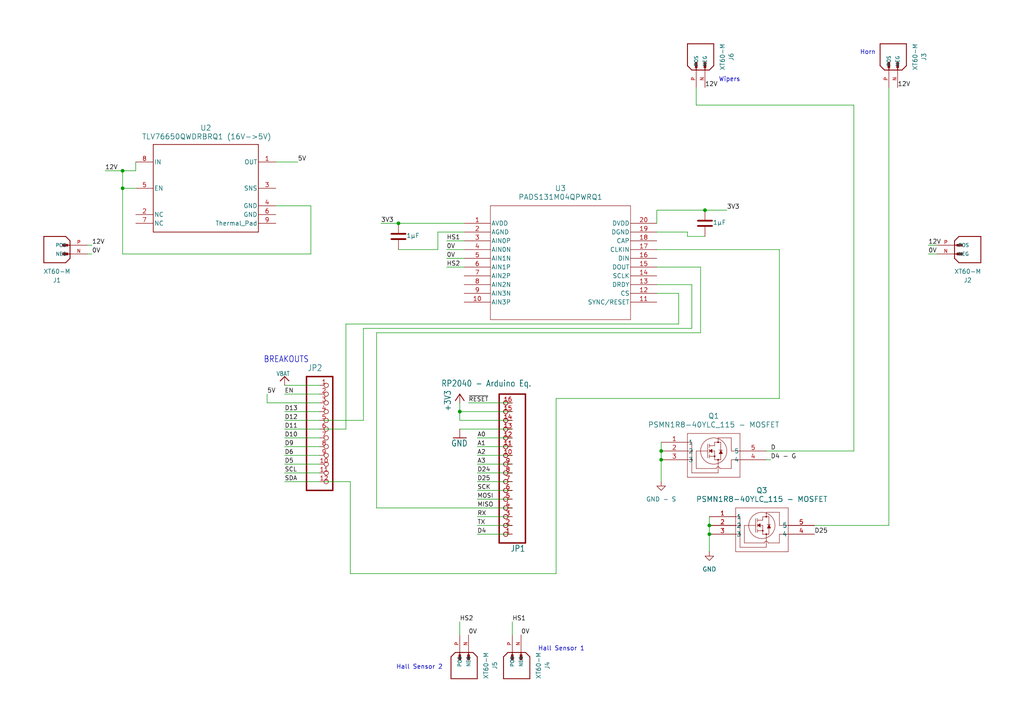
<source format=kicad_sch>
(kicad_sch (version 20231120) (generator "eeschema") (generator_version "8.0")
  (paper "A4")
  (title_block (title "Front and Center Board"))
  (lib_symbols
    (symbol "ADS131M04-Q1:PADS131M04QPWRQ1" (pin_names (offset 0.254))
      (property "Reference" "U" (at 27.94 10.16 0))
      (property "Value" "PADS131M04QPWRQ1" (at 27.94 7.62 0))
      (symbol "PADS131M04QPWRQ1_0_1"
        (polyline (pts (xy 7.62 -27.94) (xy 48.26 -27.94)) (stroke (width 0.127)))
        (polyline (pts (xy 7.62 5.08) (xy 7.62 -27.94)) (stroke (width 0.127)))
        (polyline (pts (xy 48.26 -27.94) (xy 48.26 5.08)) (stroke (width 0.127)))
        (polyline (pts (xy 48.26 5.08) (xy 7.62 5.08)) (stroke (width 0.127)))
        (pin unspecified line (at 0 0 0) (length 7.62) (name "AVDD") (number "1"))
        (pin input line (at 0 -22.86 0) (length 7.62) (name "AIN3P") (number "10"))
        (pin input line (at 55.88 -22.86 180) (length 7.62) (name "SYNC/RESET") (number "11"))
        (pin input line (at 55.88 -20.32 180) (length 7.62) (name "CS") (number "12"))
        (pin output line (at 55.88 -17.78 180) (length 7.62) (name "DRDY") (number "13"))
        (pin input line (at 55.88 -15.24 180) (length 7.62) (name "SCLK") (number "14"))
        (pin output line (at 55.88 -12.7 180) (length 7.62) (name "DOUT") (number "15"))
        (pin input line (at 55.88 -10.16 180) (length 7.62) (name "DIN") (number "16"))
        (pin input line (at 55.88 -7.62 180) (length 7.62) (name "CLKIN") (number "17"))
        (pin output line (at 55.88 -5.08 180) (length 7.62) (name "CAP") (number "18"))
        (pin power_out line (at 55.88 -2.54 180) (length 7.62) (name "DGND") (number "19"))
        (pin power_out line (at 0 -2.54 0) (length 7.62) (name "AGND") (number "2"))
        (pin bidirectional line (at 55.88 0 180) (length 7.62) (name "DVDD") (number "20"))
        (pin input line (at 0 -5.08 0) (length 7.62) (name "AIN0P") (number "3"))
        (pin input line (at 0 -7.62 0) (length 7.62) (name "AIN0N") (number "4"))
        (pin input line (at 0 -10.16 0) (length 7.62) (name "AIN1N") (number "5"))
        (pin input line (at 0 -12.7 0) (length 7.62) (name "AIN1P") (number "6"))
        (pin input line (at 0 -15.24 0) (length 7.62) (name "AIN2P") (number "7"))
        (pin input line (at 0 -17.78 0) (length 7.62) (name "AIN2N") (number "8"))
        (pin input line (at 0 -20.32 0) (length 7.62) (name "AIN3N") (number "9"))
      )
    )
    (symbol "Adafruit RP2040 CAN Bus Feather-eagle-import:microbuilder_HEADER-1X12"
      (property "Reference" "JP" (at -6.35 18.415 0))
      (symbol "microbuilder_HEADER-1X12_1_0"
        (polyline (pts (xy -6.35 -15.24) (xy 1.27 -15.24)) (stroke (width 0.4064)))
        (polyline (pts (xy -6.35 17.78) (xy -6.35 -15.24)) (stroke (width 0.4064)))
        (polyline (pts (xy 1.27 -15.24) (xy 1.27 17.78)) (stroke (width 0.4064)))
        (polyline (pts (xy 1.27 17.78) (xy -6.35 17.78)) (stroke (width 0.4064)))
        (pin passive inverted (at -2.54 15.24 0) (length 2.54) (name "1") (number "1"))
        (pin passive inverted (at -2.54 -7.62 0) (length 2.54) (name "10") (number "10"))
        (pin passive inverted (at -2.54 -10.16 0) (length 2.54) (name "11") (number "11"))
        (pin passive inverted (at -2.54 -12.7 0) (length 2.54) (name "12") (number "12"))
        (pin passive inverted (at -2.54 12.7 0) (length 2.54) (name "2") (number "2"))
        (pin passive inverted (at -2.54 10.16 0) (length 2.54) (name "3") (number "3"))
        (pin passive inverted (at -2.54 7.62 0) (length 2.54) (name "4") (number "4"))
        (pin passive inverted (at -2.54 5.08 0) (length 2.54) (name "5") (number "5"))
        (pin passive inverted (at -2.54 2.54 0) (length 2.54) (name "6") (number "6"))
        (pin passive inverted (at -2.54 0 0) (length 2.54) (name "7") (number "7"))
        (pin passive inverted (at -2.54 -2.54 0) (length 2.54) (name "8") (number "8"))
        (pin passive inverted (at -2.54 -5.08 0) (length 2.54) (name "9") (number "9"))
      )
    )
    (symbol "Adafruit RP2040 CAN Bus Feather-eagle-import:microbuilder_HEADER-1X16ROUND"
      (property "Reference" "JP" (at -6.35 20.955 0))
      (symbol "microbuilder_HEADER-1X16ROUND_1_0"
        (polyline (pts (xy -6.35 -22.86) (xy 1.27 -22.86)) (stroke (width 0.4064)))
        (polyline (pts (xy -6.35 20.32) (xy -6.35 -22.86)) (stroke (width 0.4064)))
        (polyline (pts (xy 1.27 -22.86) (xy 1.27 20.32)) (stroke (width 0.4064)))
        (polyline (pts (xy 1.27 20.32) (xy -6.35 20.32)) (stroke (width 0.4064)))
        (pin passive inverted (at -2.54 17.78 0) (length 2.54) (name "1") (number "1"))
        (pin passive inverted (at -2.54 -5.08 0) (length 2.54) (name "10") (number "10"))
        (pin passive inverted (at -2.54 -7.62 0) (length 2.54) (name "11") (number "11"))
        (pin passive inverted (at -2.54 -10.16 0) (length 2.54) (name "12") (number "12"))
        (pin passive inverted (at -2.54 -12.7 0) (length 2.54) (name "13") (number "13"))
        (pin passive inverted (at -2.54 -15.24 0) (length 2.54) (name "14") (number "14"))
        (pin passive inverted (at -2.54 -17.78 0) (length 2.54) (name "15") (number "15"))
        (pin passive inverted (at -2.54 -20.32 0) (length 2.54) (name "16") (number "16"))
        (pin passive inverted (at -2.54 15.24 0) (length 2.54) (name "2") (number "2"))
        (pin passive inverted (at -2.54 12.7 0) (length 2.54) (name "3") (number "3"))
        (pin passive inverted (at -2.54 10.16 0) (length 2.54) (name "4") (number "4"))
        (pin passive inverted (at -2.54 7.62 0) (length 2.54) (name "5") (number "5"))
        (pin passive inverted (at -2.54 5.08 0) (length 2.54) (name "6") (number "6"))
        (pin passive inverted (at -2.54 2.54 0) (length 2.54) (name "7") (number "7"))
        (pin passive inverted (at -2.54 0 0) (length 2.54) (name "8") (number "8"))
        (pin passive inverted (at -2.54 -2.54 0) (length 2.54) (name "9") (number "9"))
      )
    )
    (symbol "Adafruit RP2040 CAN Bus Feather-eagle-import:microbuilder_VBAT" (power)
      (symbol "microbuilder_VBAT_1_0"
        (polyline (pts (xy -1.27 -1.27) (xy 0 0)) (stroke (width 0.254)))
        (polyline (pts (xy 0 0) (xy 1.27 -1.27)) (stroke (width 0.254)))
        (pin power_in line (at 0 -2.54 90) (length 2.54) (name "VBAT") (number "1"))
      )
    )
    (symbol "Adafruit RP2040 CAN Bus Feather-eagle-import:supply1_+3V3" (power)
      (symbol "supply1_+3V3_1_0"
        (polyline (pts (xy 0 0) (xy -1.27 -1.905)) (stroke (width 0.254)))
        (polyline (pts (xy 1.27 -1.905) (xy 0 0)) (stroke (width 0.254)))
        (pin power_in line (at 0 -2.54 90) (length 2.54) (name "+3V3") (number "1"))
      )
    )
    (symbol "Adafruit RP2040 CAN Bus Feather-eagle-import:supply1_GND" (power)
      (symbol "supply1_GND_1_0"
        (polyline (pts (xy -1.905 0) (xy 1.905 0)) (stroke (width 0.254)))
        (pin power_in line (at 0 2.54 270) (length 2.54) (name "GND") (number "1"))
      )
    )
    (symbol "Device:C" (pin_numbers hide) (pin_names (offset 0.254))
      (property "Reference" "C" (at 0.635 2.54 0))
      (property "Value" "C" (at 0.635 -2.54 0))
      (symbol "C_0_1"
        (polyline (pts (xy -2.032 -0.762) (xy 2.032 -0.762)) (stroke (width 0.508)))
        (polyline (pts (xy -2.032 0.762) (xy 2.032 0.762)) (stroke (width 0.508)))
      )
      (symbol "C_1_1"
        (pin passive line (at 0 3.81 270) (length 2.794) (name "~") (number "1"))
        (pin passive line (at 0 -3.81 90) (length 2.794) (name "~") (number "2"))
      )
    )
    (symbol "PSMN1R8-40YLC,115:PSMN1R8-40YLC_115" (pin_names (offset 0.254))
      (property "Reference" "Q" (at 15.24 7.62 0))
      (property "Value" "PSMN1R8-40YLC_115" (at 15.24 5.08 0))
      (symbol "PSMN1R8-40YLC_115_0_1"
        (polyline (pts (xy 7.62 -10.16) (xy 22.86 -10.16)) (stroke (width 0.127)))
        (polyline (pts (xy 7.62 -5.08) (xy 8.89 -5.08)) (stroke (width 0.127)))
        (polyline (pts (xy 7.62 -2.54) (xy 8.89 -2.54)) (stroke (width 0.127)))
        (polyline (pts (xy 7.62 0) (xy 8.89 0)) (stroke (width 0.127)))
        (polyline (pts (xy 7.62 2.54) (xy 7.62 -10.16)) (stroke (width 0.127)))
        (polyline (pts (xy 8.89 -8.89) (xy 16.51 -8.89)) (stroke (width 0.127)))
        (polyline (pts (xy 8.89 0) (xy 8.89 -8.89)) (stroke (width 0.127)))
        (polyline (pts (xy 10.16 -7.62) (xy 10.16 -2.54)) (stroke (width 0.127)))
        (polyline (pts (xy 13.462 -2.54) (xy 10.16 -2.54)) (stroke (width 0.127)))
        (polyline (pts (xy 13.462 -0.508) (xy 13.462 -4.572)) (stroke (width 0.127)))
        (polyline (pts (xy 13.97 -4.064) (xy 15.494 -4.064)) (stroke (width 0.127)))
        (polyline (pts (xy 13.97 -3.556) (xy 13.97 -4.572)) (stroke (width 0.127)))
        (polyline (pts (xy 13.97 -2.032) (xy 13.97 -3.048)) (stroke (width 0.127)))
        (polyline (pts (xy 13.97 -1.016) (xy 15.494 -1.016)) (stroke (width 0.127)))
        (polyline (pts (xy 13.97 -0.508) (xy 13.97 -1.524)) (stroke (width 0.127)))
        (polyline (pts (xy 15.494 -5.08) (xy 17.272 -5.08)) (stroke (width 0.127)))
        (polyline (pts (xy 15.494 -2.54) (xy 14.732 -2.54)) (stroke (width 0.127)))
        (polyline (pts (xy 15.494 -2.54) (xy 15.494 -5.08)) (stroke (width 0.127)))
        (polyline (pts (xy 15.494 0) (xy 15.494 -1.016)) (stroke (width 0.127)))
        (polyline (pts (xy 15.494 0) (xy 17.272 0)) (stroke (width 0.127)))
        (polyline (pts (xy 16.002 -7.62) (xy 10.16 -7.62)) (stroke (width 0.127)))
        (polyline (pts (xy 16.51 -8.89) (xy 16.51 -5.08)) (stroke (width 0.127)))
        (polyline (pts (xy 16.51 1.27) (xy 16.51 0)) (stroke (width 0.127)))
        (polyline (pts (xy 16.51 1.27) (xy 20.32 1.27)) (stroke (width 0.127)))
        (polyline (pts (xy 17.018 -7.62) (xy 20.32 -7.62)) (stroke (width 0.127)))
        (polyline (pts (xy 17.272 -5.08) (xy 17.272 -3.302)) (stroke (width 0.127)))
        (polyline (pts (xy 17.272 0) (xy 17.272 -2.286)) (stroke (width 0.127)))
        (polyline (pts (xy 17.78 -2.286) (xy 16.764 -2.286)) (stroke (width 0.127)))
        (polyline (pts (xy 20.32 -5.08) (xy 20.32 -7.62)) (stroke (width 0.127)))
        (polyline (pts (xy 20.32 1.27) (xy 20.32 -2.54)) (stroke (width 0.127)))
        (polyline (pts (xy 22.86 -10.16) (xy 22.86 2.54)) (stroke (width 0.127)))
        (polyline (pts (xy 22.86 -5.08) (xy 20.32 -5.08)) (stroke (width 0.127)))
        (polyline (pts (xy 22.86 -2.54) (xy 20.32 -2.54)) (stroke (width 0.127)))
        (polyline (pts (xy 22.86 2.54) (xy 7.62 2.54)) (stroke (width 0.127)))
        (polyline (pts (xy 13.97 -2.54) (xy 14.732 -2.032) (xy 14.732 -3.048)) (fill (type outline)))
        (polyline (pts (xy 17.272 -2.286) (xy 17.78 -3.302) (xy 16.764 -3.302)) (fill (type outline)))
        (circle (center 8.89 -5.08) (radius 0.127) (stroke (width 0.254)))
        (circle (center 8.89 -2.54) (radius 0.127) (stroke (width 0.254)))
        (circle (center 15.24 -2.54) (radius 3.81) (stroke (width 0.127)))
        (circle (center 15.494 -4.064) (radius 0.127) (stroke (width 0.254)))
        (circle (center 16.51 -5.08) (radius 0.127) (stroke (width 0.254)))
        (circle (center 16.51 0) (radius 0.127) (stroke (width 0.254)))
        (arc (start 17.018 -7.62) (mid 16.51 -7.1142) (end 16.002 -7.62) (stroke (width 0.127)))
        (pin unspecified line (at 0 0 0) (length 7.62) (name "1") (number "1"))
        (pin unspecified line (at 0 -2.54 0) (length 7.62) (name "2") (number "2"))
        (pin unspecified line (at 0 -5.08 0) (length 7.62) (name "3") (number "3"))
        (pin unspecified line (at 30.48 -5.08 180) (length 7.62) (name "4") (number "4"))
        (pin unspecified line (at 30.48 -2.54 180) (length 7.62) (name "5") (number "5"))
      )
    )
    (symbol "TLV76650QWDRBRQ1:TLV76650QWDRBRQ1" (pin_names (offset 0.254))
      (property "Reference" "U" (at 0 2.54 0))
      (property "Value" "TLV76650QWDRBRQ1" (at 0 0 0))
      (symbol "TLV76650QWDRBRQ1_0_1"
        (polyline (pts (xy 5.08 -20.32) (xy 35.56 -20.32)) (stroke (width 0.2032)))
        (polyline (pts (xy 5.08 5.08) (xy 5.08 -20.32)) (stroke (width 0.2032)))
        (polyline (pts (xy 35.56 -20.32) (xy 35.56 5.08)) (stroke (width 0.2032)))
        (polyline (pts (xy 35.56 5.08) (xy 5.08 5.08)) (stroke (width 0.2032)))
        (pin power_in line (at 40.64 0 180) (length 5.08) (name "OUT") (number "1"))
        (pin unspecified line (at 0 -15.24 0) (length 5.08) (name "NC") (number "2"))
        (pin unspecified line (at 40.64 -7.62 180) (length 5.08) (name "SNS") (number "3"))
        (pin power_in line (at 40.64 -12.7 180) (length 5.08) (name "GND") (number "4"))
        (pin input line (at 0 -7.62 0) (length 5.08) (name "EN") (number "5"))
        (pin power_in line (at 40.64 -15.24 180) (length 5.08) (name "GND") (number "6"))
        (pin unspecified line (at 0 -17.78 0) (length 5.08) (name "NC") (number "7"))
        (pin power_in line (at 0 0 0) (length 5.08) (name "IN") (number "8"))
        (pin unspecified line (at 40.64 -17.78 180) (length 5.08) (name "Thermal_Pad") (number "9"))
      )
    )
    (symbol "XT60-M:XT60-M" (pin_names (offset 1.016))
      (property "Reference" "J" (at 0 6.35 0))
      (property "Value" "XT60-M" (at 0 -5.08 0))
      (symbol "XT60-M_0_0"
        (polyline (pts (xy 0 -1.27) (xy 1.27 -2.54)) (stroke (width 0.254)))
        (polyline (pts (xy 0 0) (xy 1.905 0)) (stroke (width 0.254)))
        (polyline (pts (xy 0 2.54) (xy 0 -1.27)) (stroke (width 0.254)))
        (polyline (pts (xy 0 2.54) (xy 1.905 2.54)) (stroke (width 0.254)))
        (polyline (pts (xy 0 3.81) (xy 0 2.54)) (stroke (width 0.254)))
        (polyline (pts (xy 0 3.81) (xy 1.27 5.08)) (stroke (width 0.254)))
        (polyline (pts (xy 1.27 -2.54) (xy 7.62 -2.54)) (stroke (width 0.254)))
        (polyline (pts (xy 7.62 -2.54) (xy 7.62 5.08)) (stroke (width 0.254)))
        (polyline (pts (xy 7.62 5.08) (xy 1.27 5.08)) (stroke (width 0.254)))
        (rectangle (start 0.635 -0.3175) (end 2.2225 0.3175) (stroke (width 0.1)) (fill (type outline)))
        (rectangle (start 0.635 2.2225) (end 2.2225 2.8575) (stroke (width 0.1)) (fill (type outline)))
        (pin passive line (at -5.08 0 0) (length 5.08) (name "NEG") (number "N"))
        (pin passive line (at -5.08 2.54 0) (length 5.08) (name "POS") (number "P"))
      )
    )
    (symbol "power:GND" (power) (pin_numbers hide) (pin_names (offset 0) hide)
      (property "Value" "GND" (at 0 -3.81 0))
      (symbol "GND_0_1"
        (polyline (pts (xy 0 0) (xy 0 -1.27) (xy 1.27 -1.27) (xy 0 -2.54) (xy -1.27 -1.27) (xy 0 -1.27)))
      )
      (symbol "GND_1_1"
        (pin power_in line (at 0 0 270) (length 0) (name "~") (number "1"))
      )
    )
  )
  (junction (at 133.35 119.38))
  (junction (at 115.57 64.77))
  (junction (at 35.56 54.61))
  (junction (at 191.77 130.81))
  (junction (at 204.47 60.96))
  (junction (at 191.77 133.35))
  (junction (at 205.74 154.94))
  (junction (at 205.74 152.4))
  (junction (at 35.56 49.53))
  (wire (pts (xy 190.5 82.55) (xy 200.66 82.55)))
  (wire (pts (xy 138.43 139.7) (xy 148.59 139.7)) (stroke (width 0.1524)))
  (wire (pts (xy 190.5 64.77) (xy 190.5 60.96)))
  (wire (pts (xy 148.59 149.86) (xy 138.43 149.86)) (stroke (width 0.1524)))
  (wire (pts (xy 82.55 114.3) (xy 92.71 114.3)) (stroke (width 0.1524)))
  (wire (pts (xy 269.24 73.66) (xy 271.78 73.66)))
  (wire (pts (xy 25.4 73.66) (xy 26.67 73.66)))
  (wire (pts (xy 30.48 49.53) (xy 35.56 49.53)))
  (wire (pts (xy 82.55 132.08) (xy 92.71 132.08)) (stroke (width 0.1524)))
  (wire (pts (xy 148.59 124.46) (xy 133.35 124.46)) (stroke (width 0.1524)))
  (wire (pts (xy 226.06 72.39) (xy 226.06 115.57)))
  (wire (pts (xy 109.22 96.52) (xy 203.2 96.52)) (stroke (width 0.1524)))
  (wire (pts (xy 138.43 134.62) (xy 148.59 134.62)) (stroke (width 0.1524)))
  (wire (pts (xy 205.74 149.86) (xy 205.74 152.4)))
  (wire (pts (xy 110.49 64.77) (xy 115.57 64.77)))
  (wire (pts (xy 115.57 64.77) (xy 134.62 64.77)))
  (wire (pts (xy 77.47 114.3) (xy 77.47 116.84)))
  (wire (pts (xy 92.71 137.16) (xy 82.55 137.16)) (stroke (width 0.1524)))
  (wire (pts (xy 222.25 130.81) (xy 247.65 130.81)))
  (wire (pts (xy 138.43 129.54) (xy 148.59 129.54)) (stroke (width 0.1524)))
  (wire (pts (xy 92.71 119.38) (xy 82.55 119.38)) (stroke (width 0.1524)))
  (wire (pts (xy 129.54 74.93) (xy 134.62 74.93)))
  (wire (pts (xy 226.06 115.57) (xy 161.29 115.57)))
  (wire (pts (xy 199.39 67.31) (xy 199.39 68.58)))
  (wire (pts (xy 93.98 121.92) (xy 105.41 121.92)))
  (wire (pts (xy 200.66 95.25) (xy 200.66 82.55)))
  (wire (pts (xy 109.22 147.32) (xy 148.59 147.32)) (stroke (width 0.1524)))
  (wire (pts (xy 39.37 49.53) (xy 39.37 46.99)))
  (wire (pts (xy 82.55 139.7) (xy 92.71 139.7)) (stroke (width 0.1524)))
  (wire (pts (xy 138.43 144.78) (xy 148.59 144.78)) (stroke (width 0.1524)))
  (wire (pts (xy 35.56 54.61) (xy 39.37 54.61)))
  (wire (pts (xy 109.22 147.32) (xy 109.22 96.52)) (stroke (width 0.1524)))
  (wire (pts (xy 93.98 139.7) (xy 101.6 139.7)))
  (wire (pts (xy 196.85 93.98) (xy 100.33 93.98)))
  (wire (pts (xy 35.56 73.66) (xy 90.17 73.66)))
  (wire (pts (xy 127 67.31) (xy 134.62 67.31)))
  (wire (pts (xy 92.71 129.54) (xy 82.55 129.54)) (stroke (width 0.1524)))
  (wire (pts (xy 127 72.39) (xy 127 67.31)))
  (wire (pts (xy 82.55 111.76) (xy 92.71 111.76)) (stroke (width 0.1524)))
  (wire (pts (xy 236.22 152.4) (xy 257.81 152.4)))
  (wire (pts (xy 190.5 67.31) (xy 199.39 67.31)))
  (wire (pts (xy 203.2 96.52) (xy 203.2 77.47)) (stroke (width 0.1524)))
  (wire (pts (xy 129.54 77.47) (xy 134.62 77.47)))
  (wire (pts (xy 257.81 152.4) (xy 257.81 25.4)))
  (wire (pts (xy 269.24 71.12) (xy 271.78 71.12)))
  (wire (pts (xy 191.77 130.81) (xy 191.77 133.35)))
  (wire (pts (xy 35.56 49.53) (xy 35.56 54.61)))
  (wire (pts (xy 105.41 95.25) (xy 200.66 95.25)))
  (wire (pts (xy 205.74 154.94) (xy 205.74 160.02)))
  (wire (pts (xy 190.5 60.96) (xy 204.47 60.96)))
  (wire (pts (xy 148.59 121.92) (xy 133.35 121.92)) (stroke (width 0.1524)))
  (wire (pts (xy 100.33 93.98) (xy 100.33 124.46)))
  (wire (pts (xy 190.5 85.09) (xy 196.85 85.09)))
  (wire (pts (xy 133.35 184.15) (xy 133.35 180.34)))
  (wire (pts (xy 133.35 119.38) (xy 148.59 119.38)) (stroke (width 0.1524)))
  (wire (pts (xy 148.59 137.16) (xy 138.43 137.16)) (stroke (width 0.1524)))
  (wire (pts (xy 80.01 46.99) (xy 86.36 46.99)))
  (wire (pts (xy 133.35 121.92) (xy 133.35 119.38)) (stroke (width 0.1524)))
  (wire (pts (xy 148.59 142.24) (xy 138.43 142.24)) (stroke (width 0.1524)))
  (wire (pts (xy 35.56 54.61) (xy 35.56 73.66)))
  (wire (pts (xy 148.59 154.94) (xy 138.43 154.94)) (stroke (width 0.1524)))
  (wire (pts (xy 148.59 184.15) (xy 148.59 180.34)))
  (wire (pts (xy 201.93 25.4) (xy 201.93 30.48)))
  (wire (pts (xy 35.56 49.53) (xy 39.37 49.53)))
  (wire (pts (xy 190.5 77.47) (xy 203.2 77.47)))
  (wire (pts (xy 105.41 121.92) (xy 105.41 95.25)))
  (wire (pts (xy 222.25 133.35) (xy 223.52 133.35)))
  (wire (pts (xy 82.55 127) (xy 92.71 127)) (stroke (width 0.1524)))
  (wire (pts (xy 191.77 133.35) (xy 191.77 139.7)))
  (wire (pts (xy 196.85 85.09) (xy 196.85 93.98)))
  (wire (pts (xy 93.98 124.46) (xy 100.33 124.46)))
  (wire (pts (xy 82.55 121.92) (xy 92.71 121.92)) (stroke (width 0.1524)))
  (wire (pts (xy 92.71 116.84) (xy 77.47 116.84)) (stroke (width 0.1524)))
  (wire (pts (xy 25.4 71.12) (xy 26.67 71.12)))
  (wire (pts (xy 247.65 30.48) (xy 201.93 30.48)))
  (wire (pts (xy 133.35 116.84) (xy 133.35 119.38)) (stroke (width 0.1524)))
  (wire (pts (xy 191.77 128.27) (xy 191.77 130.81)))
  (wire (pts (xy 148.59 127) (xy 138.43 127)) (stroke (width 0.1524)))
  (wire (pts (xy 101.6 166.37) (xy 101.6 139.7)))
  (wire (pts (xy 115.57 72.39) (xy 127 72.39)))
  (wire (pts (xy 161.29 115.57) (xy 161.29 166.37)))
  (wire (pts (xy 199.39 68.58) (xy 204.47 68.58)))
  (wire (pts (xy 92.71 124.46) (xy 82.55 124.46)) (stroke (width 0.1524)))
  (wire (pts (xy 190.5 72.39) (xy 226.06 72.39)))
  (wire (pts (xy 90.17 73.66) (xy 90.17 59.69)))
  (wire (pts (xy 148.59 116.84) (xy 135.89 116.84)) (stroke (width 0.1524)))
  (wire (pts (xy 204.47 60.96) (xy 210.82 60.96)))
  (wire (pts (xy 129.54 69.85) (xy 134.62 69.85)))
  (wire (pts (xy 148.59 132.08) (xy 138.43 132.08)) (stroke (width 0.1524)))
  (wire (pts (xy 80.01 59.69) (xy 90.17 59.69)))
  (wire (pts (xy 129.54 72.39) (xy 134.62 72.39)))
  (wire (pts (xy 205.74 152.4) (xy 205.74 154.94)))
  (wire (pts (xy 161.29 166.37) (xy 101.6 166.37)))
  (wire (pts (xy 247.65 130.81) (xy 247.65 30.48)))
  (wire (pts (xy 138.43 152.4) (xy 148.59 152.4)) (stroke (width 0.1524)))
  (wire (pts (xy 92.71 134.62) (xy 82.55 134.62)) (stroke (width 0.1524)))
  (text "Horn" (at 251.714 15.24 0) (effects (font (size 1.27 1.27))))
  (text "BREAKOUTS" (at 76.454 105.41 0) (effects (font (size 1.778 1.5113)) (justify left bottom)))
  (text "Hall Sensor 1" (at 162.814 188.214 0) (effects (font (size 1.27 1.27))))
  (text "Hall Sensor 2" (at 121.666 193.548 0) (effects (font (size 1.27 1.27))))
  (text "Wipers" (at 211.582 23.114 0) (effects (font (size 1.27 1.27))))
  (label "HS2" (at 133.35 180.34 0))
  (label "3V3" (at 110.49 64.77 0))
  (label "0V" (at 151.13 184.15 0))
  (label "D25" (at 236.22 154.94 0))
  (label "12V" (at 269.24 71.12 0))
  (label "A1" (at 138.43 129.54 0) (effects (font (size 1.2446 1.2446))))
  (label "SCK" (at 138.43 142.24 0) (effects (font (size 1.2446 1.2446))))
  (label "SDA" (at 82.55 139.7 0) (effects (font (size 1.2446 1.2446))))
  (label "D4" (at 138.43 154.94 0) (effects (font (size 1.2446 1.2446))))
  (label "A2" (at 138.43 132.08 0) (effects (font (size 1.2446 1.2446))))
  (label "D25" (at 138.43 139.7 0) (effects (font (size 1.2446 1.2446))))
  (label "5V" (at 77.47 114.3 0))
  (label "TX" (at 138.43 152.4 0) (effects (font (size 1.2446 1.2446))))
  (label "0V" (at 129.54 74.93 0))
  (label "D" (at 223.52 130.81 0))
  (label "12V" (at 26.67 71.12 0))
  (label "RX" (at 138.43 149.86 0) (effects (font (size 1.2446 1.2446))))
  (label "D4 - G" (at 223.52 133.35 0))
  (label "HS1" (at 148.59 180.34 0))
  (label "12V" (at 260.35 25.4 0))
  (label "5V" (at 86.36 46.99 0))
  (label "A3" (at 138.43 134.62 0) (effects (font (size 1.2446 1.2446))))
  (label "~{RESET}" (at 135.89 116.84 0) (effects (font (size 1.2446 1.2446))))
  (label "0V" (at 269.24 73.66 0))
  (label "D12" (at 82.55 121.92 0) (effects (font (size 1.2446 1.2446))))
  (label "MOSI" (at 138.43 144.78 0) (effects (font (size 1.2446 1.2446))))
  (label "SCL" (at 82.55 137.16 0) (effects (font (size 1.2446 1.2446))))
  (label "A0" (at 138.43 127 0) (effects (font (size 1.2446 1.2446))))
  (label "HS2" (at 129.54 77.47 0))
  (label "12V" (at 204.47 25.4 0))
  (label "EN" (at 82.55 114.3 0) (effects (font (size 1.2446 1.2446))))
  (label "D11" (at 82.55 124.46 0) (effects (font (size 1.2446 1.2446))))
  (label "12V" (at 30.48 49.53 0))
  (label "D10" (at 82.55 127 0) (effects (font (size 1.2446 1.2446))))
  (label "D5" (at 82.55 134.62 0) (effects (font (size 1.2446 1.2446))))
  (label "MISO" (at 138.43 147.32 0) (effects (font (size 1.2446 1.2446))))
  (label "D24" (at 138.43 137.16 0) (effects (font (size 1.2446 1.2446))))
  (label "D9" (at 82.55 129.54 0) (effects (font (size 1.2446 1.2446))))
  (label "0V" (at 129.54 72.39 0))
  (label "3V3" (at 210.82 60.96 0))
  (label "HS1" (at 129.54 69.85 0))
  (label "0V" (at 26.67 73.66 0))
  (label "0V" (at 135.89 184.15 0))
  (label "D13" (at 82.55 119.38 0) (effects (font (size 1.2446 1.2446))))
  (label "D6" (at 82.55 132.08 0) (effects (font (size 1.2446 1.2446))))
  (symbol (lib_id "power:GND") (at 205.74 160.02 0) (unit 1)
    (property "Reference" "#PWR02" (effects (hide yes)))
    (property "Value" "GND" (at 205.74 165.1 0))
    (property "Description" "Power symbol creates a global label with name \"GND\" , ground" (effects (hide yes)))
  )
  (symbol (lib_id "power:GND") (at 191.77 139.7 0) (unit 1)
    (property "Reference" "#PWR01" (effects (hide yes)))
    (property "Value" "GND - S" (at 191.77 144.78 0))
    (property "Description" "Power symbol creates a global label with name \"GND\" , ground" (effects (hide yes)))
  )
  (symbol (lib_id "Adafruit RP2040 CAN Bus Feather-eagle-import:microbuilder_VBAT") (at 82.55 109.22 0) (unit 1)
    (property "Reference" "#U$02" (effects (hide yes)))
    (property "Value" "VBAT" (at 84.074 107.696 0) (effects (font (size 1.27 1.0795)) (justify right top)))
  )
  (symbol (lib_id "PSMN1R8-40YLC,115:PSMN1R8-40YLC_115") (at 205.74 149.86 0) (unit 1)
    (property "Reference" "Q3" (at 220.98 142.24 0) (effects (font (size 1.524 1.524))))
    (property "Value" "PSMN1R8-40YLC_115 - MOSFET" (at 220.98 144.78 0) (effects (font (size 1.524 1.524))))
    (property "Footprint" "LFPAK56_SOT669_NEX" (effects (hide yes)))
    (property "Datasheet" "PSMN1R8-40YLC_115" (effects (hide yes)))
  )
  (symbol (lib_id "Adafruit RP2040 CAN Bus Feather-eagle-import:microbuilder_HEADER-1X12") (at 95.25 127 0) (unit 1)
    (property "Reference" "JP2" (at 89.154 107.696 0) (effects (font (size 1.778 1.5113)) (justify left bottom)))
    (property "Value" "HEADER-1X12" (effects (hide yes)))
    (property "Footprint" "Adafruit RP2040 CAN Bus Feather:1X12_ROUND" (effects (hide yes)))
  )
  (symbol (lib_id "Device:C") (at 204.47 64.77 0) (unit 1)
    (property "Reference" "C2" (effects (hide yes)))
    (property "Value" "1µF" (at 206.756 64.516 0) (effects (justify left)))
    (property "Description" "Unpolarized capacitor" (effects (hide yes)))
  )
  (symbol (lib_id "ADS131M04-Q1:PADS131M04QPWRQ1") (at 134.62 64.77 0) (unit 1)
    (property "Reference" "U3" (at 162.56 54.61 0) (effects (font (size 1.524 1.524))))
    (property "Value" "PADS131M04QPWRQ1" (at 162.56 57.15 0) (effects (font (size 1.524 1.524))))
    (property "Footprint" "TSSOP20_PW_TEX" (effects (hide yes)))
    (property "Datasheet" "PADS131M04QPWRQ1" (effects (hide yes)))
  )
  (symbol (lib_id "TLV76650QWDRBRQ1:TLV76650QWDRBRQ1") (at 39.37 46.99 0) (unit 1)
    (property "Reference" "U2" (at 59.69 37.084 0) (effects (font (size 1.524 1.524))))
    (property "Value" "TLV76650QWDRBRQ1 (16V->5V)" (at 59.944 39.624 0) (effects (font (size 1.524 1.524))))
    (property "Footprint" "DRB0008J-IPC_A" (effects (hide yes)))
    (property "Datasheet" "TLV76650QWDRBRQ1" (effects (hide yes)))
  )
  (symbol (lib_id "XT60-M:XT60-M") (at 276.86 73.66 0) (unit 1)
    (property "Reference" "J2" (at 280.67 81.28 0))
    (property "Value" "XT60-M" (at 280.67 78.74 0))
    (property "Footprint" "XT60-M:AMASS_XT60-M" (effects (hide yes)))
    (property "MF" "AMASS" (effects (hide yes)))
    (property "MAXIMUM_PACKAGE_HEIGHT" "16.00 mm" (effects (hide yes)))
    (property "Package" "Package" (effects (hide yes)))
    (property "Price" "None" (effects (hide yes)))
    (property "Check_prices" "https://www.snapeda.com/parts/XT60-M/AMASS/view-part/?ref=eda" (effects (hide yes)))
    (property "STANDARD" "IPC 7351B" (effects (hide yes)))
    (property "PARTREV" "V1.2" (effects (hide yes)))
    (property "SnapEDA_Link" "https://www.snapeda.com/parts/XT60-M/AMASS/view-part/?ref=snap" (effects (hide yes)))
    (property "MP" "XT60-M" (effects (hide yes)))
    (property "Description_1" "\n                        \n                            Plug; DC supply; XT60; male; PIN: 2; for cable; soldered; 30A; 500V\n                        \n" (effects (hide yes)))
    (property "Availability" "Not in stock" (effects (hide yes)))
    (property "MANUFACTURER" "AMASS" (effects (hide yes)))
  )
  (symbol (lib_id "Adafruit RP2040 CAN Bus Feather-eagle-import:supply1_GND") (at 133.35 127 0) (unit 1)
    (property "Reference" "#GND01" (effects (hide yes)))
    (property "Value" "GND" (at 130.81 129.54 0) (effects (font (size 1.778 1.5113)) (justify left bottom)))
  )
  (symbol (lib_id "PSMN1R8-40YLC,115:PSMN1R8-40YLC_115") (at 191.77 128.27 0) (unit 1)
    (property "Reference" "Q1" (at 207.01 120.65 0) (effects (font (size 1.524 1.524))))
    (property "Value" "PSMN1R8-40YLC_115 - MOSFET" (at 207.01 123.19 0) (effects (font (size 1.524 1.524))))
    (property "Footprint" "LFPAK56_SOT669_NEX" (effects (hide yes)))
    (property "Datasheet" "PSMN1R8-40YLC_115" (effects (hide yes)))
  )
  (symbol (lib_id "XT60-M:XT60-M") (at 204.47 20.32 90) (unit 1)
    (property "Reference" "J6" (at 212.09 16.51 0))
    (property "Value" "XT60-M" (at 209.55 16.51 0))
    (property "Footprint" "XT60-M:AMASS_XT60-M" (effects (hide yes)))
    (property "MF" "AMASS" (effects (hide yes)))
    (property "MAXIMUM_PACKAGE_HEIGHT" "16.00 mm" (effects (hide yes)))
    (property "Package" "Package" (effects (hide yes)))
    (property "Price" "None" (effects (hide yes)))
    (property "Check_prices" "https://www.snapeda.com/parts/XT60-M/AMASS/view-part/?ref=eda" (effects (hide yes)))
    (property "STANDARD" "IPC 7351B" (effects (hide yes)))
    (property "PARTREV" "V1.2" (effects (hide yes)))
    (property "SnapEDA_Link" "https://www.snapeda.com/parts/XT60-M/AMASS/view-part/?ref=snap" (effects (hide yes)))
    (property "MP" "XT60-M" (effects (hide yes)))
    (property "Description_1" "\n                        \n                            Plug; DC supply; XT60; male; PIN: 2; for cable; soldered; 30A; 500V\n                        \n" (effects (hide yes)))
    (property "Availability" "Not in stock" (effects (hide yes)))
    (property "MANUFACTURER" "AMASS" (effects (hide yes)))
  )
  (symbol (lib_id "Device:C") (at 115.57 68.58 0) (unit 1)
    (property "Reference" "C1" (effects (hide yes)))
    (property "Value" "1µF" (at 117.856 68.326 0) (effects (justify left)))
    (property "Description" "Unpolarized capacitor" (effects (hide yes)))
  )
  (symbol (lib_id "XT60-M:XT60-M") (at 20.32 73.66 0) (mirror y) (unit 1)
    (property "Reference" "J1" (at 16.51 81.28 0))
    (property "Value" "XT60-M" (at 16.51 78.74 0))
    (property "Footprint" "XT60-M:AMASS_XT60-M" (effects (hide yes)))
    (property "MF" "AMASS" (effects (hide yes)))
    (property "MAXIMUM_PACKAGE_HEIGHT" "16.00 mm" (effects (hide yes)))
    (property "Package" "Package" (effects (hide yes)))
    (property "Price" "None" (effects (hide yes)))
    (property "Check_prices" "https://www.snapeda.com/parts/XT60-M/AMASS/view-part/?ref=eda" (effects (hide yes)))
    (property "STANDARD" "IPC 7351B" (effects (hide yes)))
    (property "PARTREV" "V1.2" (effects (hide yes)))
    (property "SnapEDA_Link" "https://www.snapeda.com/parts/XT60-M/AMASS/view-part/?ref=snap" (effects (hide yes)))
    (property "MP" "XT60-M" (effects (hide yes)))
    (property "Description_1" "\n                        \n                            Plug; DC supply; XT60; male; PIN: 2; for cable; soldered; 30A; 500V\n                        \n" (effects (hide yes)))
    (property "Availability" "Not in stock" (effects (hide yes)))
    (property "MANUFACTURER" "AMASS" (effects (hide yes)))
  )
  (symbol (lib_id "Adafruit RP2040 CAN Bus Feather-eagle-import:supply1_+3V3") (at 133.35 114.3 0) (unit 1)
    (property "Reference" "#+3V01" (effects (hide yes)))
    (property "Value" "+3V3" (at 130.81 119.38 90) (effects (font (size 1.778 1.5113)) (justify left bottom)))
  )
  (symbol (lib_id "Adafruit RP2040 CAN Bus Feather-eagle-import:microbuilder_HEADER-1X16ROUND") (at 146.05 137.16 180) (unit 1)
    (property "Reference" "JP1" (at 152.4 158.115 0) (effects (font (size 1.778 1.5113)) (justify left bottom)))
    (property "Value" "RP2040 - Arduino Eq." (at 154.178 110.236 0) (effects (font (size 1.778 1.5113)) (justify left bottom)))
    (property "Footprint" "Adafruit RP2040 CAN Bus Feather:1X16_ROUND" (effects (hide yes)))
  )
  (symbol (lib_id "XT60-M:XT60-M") (at 135.89 189.23 90) (mirror x) (unit 1)
    (property "Reference" "J5" (at 143.51 193.04 0))
    (property "Value" "XT60-M" (at 140.97 193.04 0))
    (property "Footprint" "XT60-M:AMASS_XT60-M" (effects (hide yes)))
    (property "MF" "AMASS" (effects (hide yes)))
    (property "MAXIMUM_PACKAGE_HEIGHT" "16.00 mm" (effects (hide yes)))
    (property "Package" "Package" (effects (hide yes)))
    (property "Price" "None" (effects (hide yes)))
    (property "Check_prices" "https://www.snapeda.com/parts/XT60-M/AMASS/view-part/?ref=eda" (effects (hide yes)))
    (property "STANDARD" "IPC 7351B" (effects (hide yes)))
    (property "PARTREV" "V1.2" (effects (hide yes)))
    (property "SnapEDA_Link" "https://www.snapeda.com/parts/XT60-M/AMASS/view-part/?ref=snap" (effects (hide yes)))
    (property "MP" "XT60-M" (effects (hide yes)))
    (property "Description_1" "\n                        \n                            Plug; DC supply; XT60; male; PIN: 2; for cable; soldered; 30A; 500V\n                        \n" (effects (hide yes)))
    (property "Availability" "Not in stock" (effects (hide yes)))
    (property "MANUFACTURER" "AMASS" (effects (hide yes)))
  )
  (symbol (lib_id "XT60-M:XT60-M") (at 260.35 20.32 90) (unit 1)
    (property "Reference" "J3" (at 267.97 16.51 0))
    (property "Value" "XT60-M" (at 265.43 16.51 0))
    (property "Footprint" "XT60-M:AMASS_XT60-M" (effects (hide yes)))
    (property "MF" "AMASS" (effects (hide yes)))
    (property "MAXIMUM_PACKAGE_HEIGHT" "16.00 mm" (effects (hide yes)))
    (property "Package" "Package" (effects (hide yes)))
    (property "Price" "None" (effects (hide yes)))
    (property "Check_prices" "https://www.snapeda.com/parts/XT60-M/AMASS/view-part/?ref=eda" (effects (hide yes)))
    (property "STANDARD" "IPC 7351B" (effects (hide yes)))
    (property "PARTREV" "V1.2" (effects (hide yes)))
    (property "SnapEDA_Link" "https://www.snapeda.com/parts/XT60-M/AMASS/view-part/?ref=snap" (effects (hide yes)))
    (property "MP" "XT60-M" (effects (hide yes)))
    (property "Description_1" "\n                        \n                            Plug; DC supply; XT60; male; PIN: 2; for cable; soldered; 30A; 500V\n                        \n" (effects (hide yes)))
    (property "Availability" "Not in stock" (effects (hide yes)))
    (property "MANUFACTURER" "AMASS" (effects (hide yes)))
  )
  (symbol (lib_id "XT60-M:XT60-M") (at 151.13 189.23 90) (mirror x) (unit 1)
    (property "Reference" "J4" (at 158.75 193.04 0))
    (property "Value" "XT60-M" (at 156.21 193.04 0))
    (property "Footprint" "XT60-M:AMASS_XT60-M" (effects (hide yes)))
    (property "MF" "AMASS" (effects (hide yes)))
    (property "MAXIMUM_PACKAGE_HEIGHT" "16.00 mm" (effects (hide yes)))
    (property "Package" "Package" (effects (hide yes)))
    (property "Price" "None" (effects (hide yes)))
    (property "Check_prices" "https://www.snapeda.com/parts/XT60-M/AMASS/view-part/?ref=eda" (effects (hide yes)))
    (property "STANDARD" "IPC 7351B" (effects (hide yes)))
    (property "PARTREV" "V1.2" (effects (hide yes)))
    (property "SnapEDA_Link" "https://www.snapeda.com/parts/XT60-M/AMASS/view-part/?ref=snap" (effects (hide yes)))
    (property "MP" "XT60-M" (effects (hide yes)))
    (property "Description_1" "\n                        \n                            Plug; DC supply; XT60; male; PIN: 2; for cable; soldered; 30A; 500V\n                        \n" (effects (hide yes)))
    (property "Availability" "Not in stock" (effects (hide yes)))
    (property "MANUFACTURER" "AMASS" (effects (hide yes)))
  )
)
</source>
